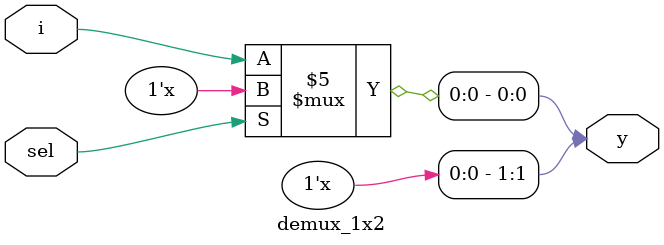
<source format=v>
`timescale 1ns / 1ps


module demux_1x2(
    input i,
    input sel,
    output reg [1:0] y
    );
    
    always @(*) begin
    case(sel)
    
    2'b00 : y[0] = i;
    2'b10 : y[1] = i;
     
    endcase
    end
endmodule

</source>
